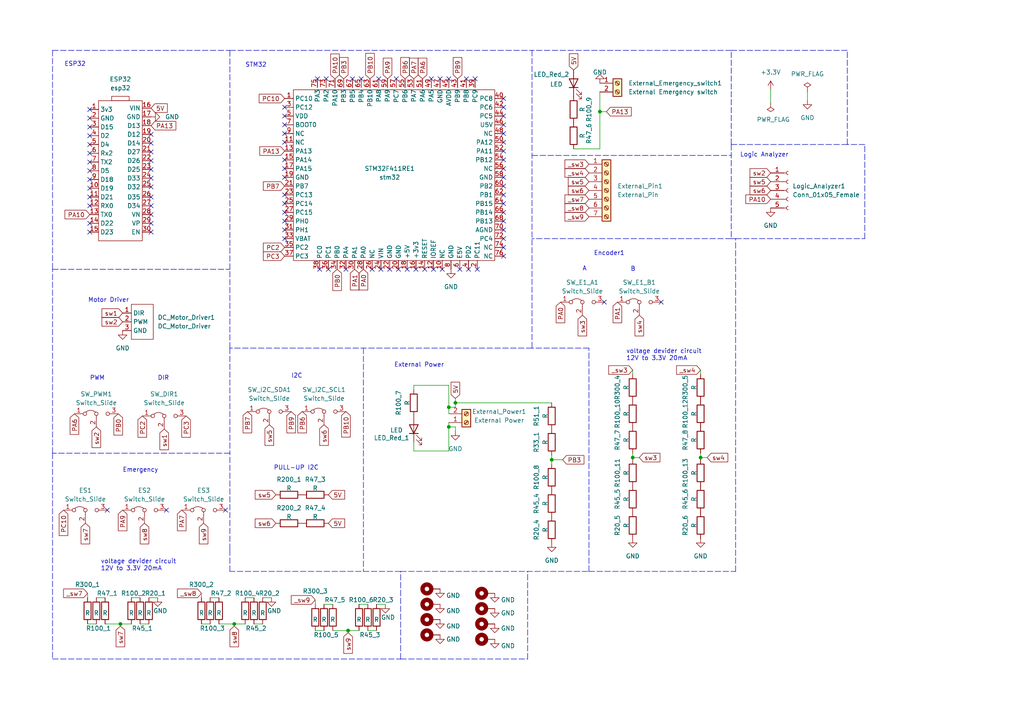
<source format=kicad_sch>
(kicad_sch (version 20211123) (generator eeschema)
  (paper "A4")
  (lib_symbols
    (symbol "4xxx:DC_Motor_Driver"
      (property "Reference" "U" (at 0 0 0))
      (property "Value" "DC_Motor_Driver" (at 0 2.54 0))
      (symbol "DC_Motor_Driver_1_1"
        (pin input line (at -1.27 -5.08 0) (length 2.54) (name "DIR") (number "1"))
        (pin input line (at -1.27 -7.62 0) (length 2.54) (name "PWM") (number "2"))
        (pin input line (at -1.27 -10.16 0) (length 2.54) (name "GND") (number "3"))
      )
    )
    (symbol "4xxx:esp32"
      (property "Reference" "U" (at -16.51 -13.97 0))
      (property "Value" "esp32" (at -16.1798 -11.557 0))
      (symbol "esp32_1_1"
        (pin input line (at -25.4 -20.32 0) (length 2.54) (name "3v3") (number "1"))
        (pin input line (at -25.4 -43.18 0) (length 2.54) (name "D19") (number "10"))
        (pin input line (at -25.4 -45.72 0) (length 2.54) (name "D21") (number "11"))
        (pin input line (at -25.4 -48.26 0) (length 2.54) (name "RX0") (number "12"))
        (pin input line (at -25.4 -50.8 0) (length 2.54) (name "TX0") (number "13"))
        (pin input line (at -25.4 -53.34 0) (length 2.54) (name "D22") (number "14"))
        (pin input line (at -25.4 -55.88 0) (length 2.54) (name "D23") (number "15"))
        (pin input line (at -7.6275 -19.9313 180) (length 2.54) (name "VIN") (number "16"))
        (pin input line (at -7.6275 -22.4713 180) (length 2.54) (name "GND") (number "17"))
        (pin input line (at -7.6275 -25.0113 180) (length 2.54) (name "D13") (number "18"))
        (pin input line (at -7.6275 -27.5513 180) (length 2.54) (name "D12") (number "19"))
        (pin input line (at -25.4 -22.86 0) (length 2.54) (name "GND") (number "2"))
        (pin input line (at -7.6275 -30.0913 180) (length 2.54) (name "D14") (number "20"))
        (pin input line (at -7.6275 -32.6313 180) (length 2.54) (name "D27") (number "21"))
        (pin input line (at -7.6275 -35.1713 180) (length 2.54) (name "D26") (number "22"))
        (pin input line (at -7.6275 -37.7113 180) (length 2.54) (name "D25") (number "23"))
        (pin input line (at -7.6275 -40.2513 180) (length 2.54) (name "D33") (number "24"))
        (pin input line (at -7.6275 -42.7913 180) (length 2.54) (name "D32") (number "25"))
        (pin input line (at -7.62 -45.72 180) (length 2.54) (name "D35") (number "26"))
        (pin input line (at -7.62 -48.26 180) (length 2.54) (name "D34") (number "27"))
        (pin input line (at -7.62 -50.8 180) (length 2.54) (name "VN") (number "28"))
        (pin input line (at -7.62 -53.34 180) (length 2.54) (name "VP") (number "29"))
        (pin input line (at -25.4 -25.4 0) (length 2.54) (name "D15") (number "3"))
        (pin input line (at -7.62 -55.88 180) (length 2.54) (name "EN") (number "30"))
        (pin input line (at -25.4 -27.94 0) (length 2.54) (name "D2") (number "4"))
        (pin input line (at -25.4 -30.48 0) (length 2.54) (name "D4") (number "5"))
        (pin input line (at -25.4 -33.02 0) (length 2.54) (name "Rx2") (number "6"))
        (pin input line (at -25.4 -35.56 0) (length 2.54) (name "TX2") (number "7"))
        (pin input line (at -25.4 -38.1 0) (length 2.54) (name "D5") (number "8"))
        (pin input line (at -25.4 -40.64 0) (length 2.54) (name "D18") (number "9"))
      )
    )
    (symbol "Connector:Conn_01x05_Female" (pin_names (offset 1.016) hide)
      (property "Reference" "J" (at 0 7.62 0))
      (property "Value" "Conn_01x05_Female" (at 0 -7.62 0))
      (symbol "Conn_01x05_Female_1_1"
        (pin passive line (at -5.08 5.08 0) (length 3.81) (name "Pin_1") (number "1"))
        (pin passive line (at -5.08 2.54 0) (length 3.81) (name "Pin_2") (number "2"))
        (pin passive line (at -5.08 0 0) (length 3.81) (name "Pin_3") (number "3"))
        (pin passive line (at -5.08 -2.54 0) (length 3.81) (name "Pin_4") (number "4"))
        (pin passive line (at -5.08 -5.08 0) (length 3.81) (name "Pin_5") (number "5"))
      )
    )
    (symbol "Connector:Screw_Terminal_01x02" (pin_names (offset 1.016) hide)
      (property "Reference" "J" (at 0 2.54 0))
      (property "Value" "Screw_Terminal_01x02" (at 0 -5.08 0))
      (symbol "Screw_Terminal_01x02_1_1"
        (pin passive line (at -5.08 0 0) (length 3.81) (name "Pin_1") (number "1"))
        (pin passive line (at -5.08 -2.54 0) (length 3.81) (name "Pin_2") (number "2"))
      )
    )
    (symbol "Connector:Screw_Terminal_01x07" (pin_names (offset 1.016) hide)
      (property "Reference" "J" (at 0 10.16 0))
      (property "Value" "Screw_Terminal_01x07" (at 0 -10.16 0))
      (symbol "Screw_Terminal_01x07_1_1"
        (pin passive line (at -5.08 7.62 0) (length 3.81) (name "Pin_1") (number "1"))
        (pin passive line (at -5.08 5.08 0) (length 3.81) (name "Pin_2") (number "2"))
        (pin passive line (at -5.08 2.54 0) (length 3.81) (name "Pin_3") (number "3"))
        (pin passive line (at -5.08 0 0) (length 3.81) (name "Pin_4") (number "4"))
        (pin passive line (at -5.08 -2.54 0) (length 3.81) (name "Pin_5") (number "5"))
        (pin passive line (at -5.08 -5.08 0) (length 3.81) (name "Pin_6") (number "6"))
        (pin passive line (at -5.08 -7.62 0) (length 3.81) (name "Pin_7") (number "7"))
      )
    )
    (symbol "Device:LED" (pin_numbers hide) (pin_names (offset 1.016) hide)
      (property "Reference" "D" (at 0 2.54 0))
      (property "Value" "LED" (at 0 -2.54 0))
      (symbol "LED_1_1"
        (pin passive line (at -3.81 0 0) (length 2.54) (name "K") (number "1"))
        (pin passive line (at 3.81 0 180) (length 2.54) (name "A") (number "2"))
      )
    )
    (symbol "Device:R" (pin_numbers hide) (pin_names (offset 0))
      (property "Reference" "R" (at 2.032 0 90))
      (property "Value" "R" (at 0 0 90))
      (symbol "R_1_1"
        (pin passive line (at 0 3.81 270) (length 1.27) (name "~") (number "1"))
        (pin passive line (at 0 -3.81 90) (length 1.27) (name "~") (number "2"))
      )
    )
    (symbol "Jumper:Jumper_3_Bridged12" (pin_names (offset 0) hide)
      (property "Reference" "JP" (at -2.54 -2.54 0))
      (property "Value" "Jumper_3_Bridged12" (at 0 2.794 0))
      (symbol "Jumper_3_Bridged12_1_1"
        (pin passive line (at -6.35 0 0) (length 2.54) (name "A") (number "1"))
        (pin passive line (at 0 -3.81 90) (length 2.54) (name "C") (number "2"))
        (pin passive line (at 6.35 0 180) (length 2.54) (name "B") (number "3"))
      )
    )
    (symbol "Mechanical:MountingHole_Pad" (pin_numbers hide) (pin_names (offset 1.016) hide)
      (property "Reference" "H" (at 0 6.35 0))
      (property "Value" "MountingHole_Pad" (at 0 4.445 0))
      (symbol "MountingHole_Pad_1_1"
        (pin input line (at 0 -2.54 90) (length 2.54) (name "1") (number "1"))
      )
    )
    (symbol "power:+3.3V" (power) (pin_names (offset 0))
      (property "Value" "+3.3V" (at 0 3.556 0))
      (symbol "+3.3V_1_1"
        (pin power_in line (at 0 0 90) (length 0) hide (name "+3.3V") (number "1"))
      )
    )
    (symbol "power:GND" (power) (pin_names (offset 0))
      (property "Value" "GND" (at 0 -3.81 0))
      (symbol "GND_1_1"
        (pin power_in line (at 0 0 270) (length 0) hide (name "GND") (number "1"))
      )
    )
    (symbol "power:PWR_FLAG" (power) (pin_numbers hide) (pin_names (offset 0) hide)
      (property "Value" "PWR_FLAG" (at 0 3.81 0))
      (symbol "PWR_FLAG_0_0"
        (pin power_out line (at 0 0 90) (length 0) (name "pwr") (number "1"))
      )
    )
    (symbol "stm32:stm32"
      (property "Reference" "U" (at 6.35 -11.43 0))
      (property "Value" "stm32" (at 6.35 -8.89 0))
      (symbol "stm32_1_1"
        (pin input line (at -25.4 10.16 0) (length 2.54) (name "PC10") (number "1"))
        (pin input line (at 20.32 -39.37 90) (length 2.54) (name "NC") (number "10"))
        (pin input line (at -25.4 -2.54 0) (length 2.54) (name "NC") (number "11"))
        (pin input line (at 17.78 -39.37 90) (length 2.54) (name "IOREF") (number "12"))
        (pin input line (at -25.4 -5.08 0) (length 2.54) (name "PA13") (number "13"))
        (pin input line (at 15.24 -39.37 90) (length 2.54) (name "RESET") (number "14"))
        (pin input line (at -25.4 -7.62 0) (length 2.54) (name "PA14") (number "15"))
        (pin power_out line (at 12.7 -39.37 90) (length 2.54) (name "+3v3") (number "16"))
        (pin input line (at -25.4 -10.16 0) (length 2.54) (name "PA15") (number "17"))
        (pin input line (at 10.16 -39.37 90) (length 2.54) (name "+5V") (number "18"))
        (pin input line (at -25.4 -12.7 0) (length 2.54) (name "GND") (number "19"))
        (pin input line (at 30.48 -39.37 90) (length 2.54) (name "PC11") (number "2"))
        (pin input line (at 7.62 -39.37 90) (length 2.54) (name "GND") (number "20"))
        (pin input line (at -25.4 -15.24 0) (length 2.54) (name "PB7") (number "21"))
        (pin input line (at 5.08 -39.37 90) (length 2.54) (name "GND") (number "22"))
        (pin input line (at -25.4 -17.78 0) (length 2.54) (name "PC13") (number "23"))
        (pin input line (at 2.54 -39.37 90) (length 2.54) (name "VIN") (number "24"))
        (pin input line (at -25.4 -20.32 0) (length 2.54) (name "PC14") (number "25"))
        (pin input line (at 0 -39.37 90) (length 2.54) (name "NC") (number "26"))
        (pin input line (at -25.4 -22.86 0) (length 2.54) (name "PC15") (number "27"))
        (pin input line (at -2.54 -39.37 90) (length 2.54) (name "PA0") (number "28"))
        (pin input line (at -25.4 -25.4 0) (length 2.54) (name "PH0") (number "29"))
        (pin input line (at -25.4 7.62 0) (length 2.54) (name "PC12") (number "3"))
        (pin input line (at -5.08 -39.37 90) (length 2.54) (name "PA1") (number "30"))
        (pin input line (at -25.4 -27.94 0) (length 2.54) (name "PH1") (number "31"))
        (pin input line (at -7.62 -39.37 90) (length 2.54) (name "PA4") (number "32"))
        (pin input line (at -25.4 -30.48 0) (length 2.54) (name "VBAT") (number "33"))
        (pin input line (at -10.16 -39.37 90) (length 2.54) (name "PB0") (number "34"))
        (pin input line (at -25.4 -33.02 0) (length 2.54) (name "PC2") (number "35"))
        (pin input line (at -12.7 -39.37 90) (length 2.54) (name "PC1") (number "36"))
        (pin input line (at -25.4 -35.56 0) (length 2.54) (name "PC3") (number "37"))
        (pin input line (at -15.24 -39.37 90) (length 2.54) (name "PC0") (number "38"))
        (pin input line (at 29.845 15.875 270) (length 2.54) (name "PC9") (number "39"))
        (pin input line (at 27.94 -39.37 90) (length 2.54) (name "PD2") (number "4"))
        (pin input line (at 38.1 10.16 180) (length 2.54) (name "PC8") (number "40"))
        (pin input line (at 27.305 15.875 270) (length 2.54) (name "PB8") (number "41"))
        (pin input line (at 38.1 7.62 180) (length 2.54) (name "PC6") (number "42"))
        (pin input line (at 24.765 15.875 270) (length 2.54) (name "PB9") (number "43"))
        (pin input line (at 38.1 5.08 180) (length 2.54) (name "PC5") (number "44"))
        (pin input line (at 22.225 15.875 270) (length 2.54) (name "AVDD") (number "45"))
        (pin input line (at 38.1 2.54 180) (length 2.54) (name "U5V") (number "46"))
        (pin input line (at 19.685 15.875 270) (length 2.54) (name "GND") (number "47"))
        (pin input line (at 38.1 0 180) (length 2.54) (name "NC") (number "48"))
        (pin input line (at 17.145 15.875 270) (length 2.54) (name "PA5") (number "49"))
        (pin input line (at -25.4 5.08 0) (length 2.54) (name "VDD") (number "5"))
        (pin input line (at 38.1 -2.54 180) (length 2.54) (name "PA12") (number "50"))
        (pin input line (at 14.605 15.875 270) (length 2.54) (name "PA6") (number "51"))
        (pin input line (at 38.1 -5.08 180) (length 2.54) (name "PA11") (number "52"))
        (pin input line (at 12.065 15.875 270) (length 2.54) (name "PA7") (number "53"))
        (pin input line (at 38.1 -7.62 180) (length 2.54) (name "PB12") (number "54"))
        (pin input line (at 9.525 15.875 270) (length 2.54) (name "PB6") (number "55"))
        (pin input line (at 38.1 -10.16 180) (length 2.54) (name "NC") (number "56"))
        (pin input line (at 6.985 15.875 270) (length 2.54) (name "PC7") (number "57"))
        (pin input line (at 38.1 -12.7 180) (length 2.54) (name "GND") (number "58"))
        (pin input line (at 4.445 15.875 270) (length 2.54) (name "PA9") (number "59"))
        (pin input line (at 25.4 -39.37 90) (length 2.54) (name "E5V") (number "6"))
        (pin input line (at 38.1 -15.24 180) (length 2.54) (name "PB2") (number "60"))
        (pin input line (at 1.905 15.875 270) (length 2.54) (name "PA8") (number "61"))
        (pin input line (at 38.1 -17.78 180) (length 2.54) (name "PB1") (number "62"))
        (pin input line (at -0.635 15.875 270) (length 2.54) (name "PB10") (number "63"))
        (pin input line (at 38.1 -20.32 180) (length 2.54) (name "PB15") (number "64"))
        (pin input line (at -3.175 15.875 270) (length 2.54) (name "PB4") (number "65"))
        (pin input line (at 38.1 -22.86 180) (length 2.54) (name "PB14") (number "66"))
        (pin input line (at -5.715 15.875 270) (length 2.54) (name "PB5") (number "67"))
        (pin input line (at 38.1 -25.4 180) (length 2.54) (name "PB13") (number "68"))
        (pin input line (at -8.255 15.875 270) (length 2.54) (name "PB3") (number "69"))
        (pin input line (at -25.4 2.54 0) (length 2.54) (name "BOOT0") (number "7"))
        (pin input line (at 38.1 -27.94 180) (length 2.54) (name "AGND") (number "70"))
        (pin input line (at -10.795 15.875 270) (length 2.54) (name "PA10") (number "71"))
        (pin input line (at 38.1 -30.48 180) (length 2.54) (name "PC4") (number "72"))
        (pin input line (at -13.335 15.875 270) (length 2.54) (name "PA2") (number "73"))
        (pin input line (at 38.1 -33.02 180) (length 2.54) (name "NC") (number "74"))
        (pin input line (at -15.875 15.875 270) (length 2.54) (name "PA3") (number "75"))
        (pin input line (at 38.1 -35.56 180) (length 2.54) (name "NC") (number "76"))
        (pin input line (at 22.86 -39.37 90) (length 2.54) (name "GND") (number "8"))
        (pin input line (at -25.4 0 0) (length 2.54) (name "NC") (number "9"))
      )
    )
  )
  (junction (at 183.515 132.715))
  (junction (at 130.175 123.825))
  (junction (at 130.175 118.11))
  (junction (at 34.925 180.975))
  (junction (at 160.02 133.35))
  (junction (at 100.965 182.88))
  (junction (at 173.99 32.385))
  (junction (at 132.08 116.84))
  (junction (at 67.945 180.975))
  (junction (at 203.2 132.715))
  (no_connect (at 26.035 36.83))
  (no_connect (at 26.035 34.29))
  (no_connect (at 43.815 59.69))
  (no_connect (at 135.255 22.86))
  (no_connect (at 146.05 53.975))
  (no_connect (at 146.05 38.735))
  (no_connect (at 82.55 38.735))
  (no_connect (at 65.405 147.955))
  (no_connect (at 82.55 46.355))
  (no_connect (at 146.05 59.055))
  (no_connect (at 120.65 78.105))
  (no_connect (at 146.05 28.575))
  (no_connect (at 138.43 78.105))
  (no_connect (at 146.05 64.135))
  (no_connect (at 114.935 22.86))
  (no_connect (at 135.89 78.105))
  (no_connect (at 133.35 78.105))
  (no_connect (at 125.095 22.86))
  (no_connect (at 26.035 54.61))
  (no_connect (at 43.815 64.77))
  (no_connect (at 26.035 31.75))
  (no_connect (at 146.05 56.515))
  (no_connect (at 82.55 66.675))
  (no_connect (at 107.95 78.105))
  (no_connect (at 110.49 78.105))
  (no_connect (at 26.035 46.99))
  (no_connect (at 92.71 78.105))
  (no_connect (at 43.815 67.31))
  (no_connect (at 123.19 78.105))
  (no_connect (at 146.05 31.115))
  (no_connect (at 82.55 48.895))
  (no_connect (at 43.8075 41.5213))
  (no_connect (at 146.05 48.895))
  (no_connect (at 146.05 41.275))
  (no_connect (at 43.8075 51.6813))
  (no_connect (at 26.035 52.07))
  (no_connect (at 26.035 39.37))
  (no_connect (at 26.035 57.15))
  (no_connect (at 191.77 87.63))
  (no_connect (at 43.8075 44.0613))
  (no_connect (at 146.05 33.655))
  (no_connect (at 82.55 41.275))
  (no_connect (at 82.55 31.115))
  (no_connect (at 82.55 61.595))
  (no_connect (at 26.035 49.53))
  (no_connect (at 146.05 71.755))
  (no_connect (at 43.8075 46.6013))
  (no_connect (at 43.8075 49.1413))
  (no_connect (at 26.035 41.91))
  (no_connect (at 137.795 22.86))
  (no_connect (at 31.115 147.955))
  (no_connect (at 127.635 22.86))
  (no_connect (at 94.615 22.86))
  (no_connect (at 146.05 66.675))
  (no_connect (at 92.075 22.86))
  (no_connect (at 82.55 33.655))
  (no_connect (at 82.55 69.215))
  (no_connect (at 146.05 46.355))
  (no_connect (at 113.03 78.105))
  (no_connect (at 109.855 22.86))
  (no_connect (at 43.815 57.15))
  (no_connect (at 128.27 78.105))
  (no_connect (at 104.775 22.86))
  (no_connect (at 175.26 87.63))
  (no_connect (at 118.11 78.105))
  (no_connect (at 95.25 78.105))
  (no_connect (at 146.05 61.595))
  (no_connect (at 43.8075 38.9813))
  (no_connect (at 26.035 67.31))
  (no_connect (at 146.05 43.815))
  (no_connect (at 43.815 62.23))
  (no_connect (at 26.035 64.77))
  (no_connect (at 146.05 36.195))
  (no_connect (at 82.55 59.055))
  (no_connect (at 82.55 56.515))
  (no_connect (at 146.05 74.295))
  (no_connect (at 43.8075 54.2213))
  (no_connect (at 82.55 51.435))
  (no_connect (at 102.235 22.86))
  (no_connect (at 130.175 22.86))
  (no_connect (at 82.55 64.135))
  (no_connect (at 26.035 59.69))
  (no_connect (at 125.73 78.105))
  (no_connect (at 48.26 147.955))
  (no_connect (at 146.05 69.215))
  (no_connect (at 100.33 78.105))
  (no_connect (at 26.035 44.45))
  (no_connect (at 115.57 78.105))
  (no_connect (at 146.05 51.435))
  (no_connect (at 82.55 36.195))
  (polyline (pts (xy 170.815 165.735) (xy 213.36 165.735)))
  (polyline (pts (xy 66.675 131.445) (xy 15.24 131.445)))
  (polyline (pts (xy 213.36 69.215) (xy 250.825 69.215)))
  (wire (pts (xy 109.22 175.26) (xy 111.76 175.26)))
  (wire (pts (xy 166.37 43.18) (xy 173.99 43.18)))
  (wire (pts (xy 58.42 180.975) (xy 60.96 180.975)))
  (wire (pts (xy 203.2 131.445) (xy 203.2 132.715)))
  (polyline (pts (xy 105.41 100.965) (xy 105.41 165.735)))
  (polyline (pts (xy 154.305 14.605) (xy 154.305 100.965)))
  (polyline (pts (xy 15.24 159.385) (xy 15.24 191.135)))
  (polyline (pts (xy 15.24 14.605) (xy 15.24 78.105)))
  (polyline (pts (xy 69.215 191.135) (xy 116.205 191.135)))
  (polyline (pts (xy 212.09 69.215) (xy 154.305 69.215)))
  (wire (pts (xy 183.515 131.445) (xy 183.515 132.715)))
  (wire (pts (xy 183.515 107.315) (xy 183.515 108.585)))
  (polyline (pts (xy 15.24 131.445) (xy 15.24 78.105)))
  (wire (pts (xy 160.02 132.08) (xy 160.02 133.35)))
  (polyline (pts (xy 66.675 100.965) (xy 66.675 131.445)))
  (wire (pts (xy 71.12 173.355) (xy 73.66 173.355)))
  (polyline (pts (xy 170.815 100.965) (xy 154.305 100.965)))
  (polyline (pts (xy 154.305 100.965) (xy 66.675 100.965)))
  (wire (pts (xy 96.52 182.88) (xy 100.965 182.88)))
  (wire (pts (xy 67.945 180.975) (xy 71.12 180.975)))
  (wire (pts (xy 234.188 26.543) (xy 234.188 29.083)))
  (polyline (pts (xy 212.09 41.91) (xy 245.745 41.91)))
  (polyline (pts (xy 15.24 131.445) (xy 15.24 159.385)))
  (polyline (pts (xy 116.205 191.135) (xy 153.035 191.135)))
  (wire (pts (xy 100.965 182.88) (xy 100.965 183.515)))
  (polyline (pts (xy 250.825 69.215) (xy 250.825 41.91)))
  (wire (pts (xy 34.925 180.975) (xy 34.925 181.61)))
  (wire (pts (xy 43.18 173.355) (xy 45.72 173.355)))
  (wire (pts (xy 58.42 172.085) (xy 58.42 173.355)))
  (polyline (pts (xy 212.09 41.91) (xy 212.09 14.605)))
  (polyline (pts (xy 213.36 165.735) (xy 213.36 69.215)))
  (wire (pts (xy 91.44 173.99) (xy 91.44 175.26)))
  (polyline (pts (xy 212.09 41.91) (xy 212.09 69.215)))
  (polyline (pts (xy 154.305 45.085) (xy 212.09 45.085)))
  (wire (pts (xy 132.08 123.825) (xy 130.175 123.825)))
  (wire (pts (xy 183.515 132.715) (xy 183.515 133.35)))
  (wire (pts (xy 25.4 172.085) (xy 25.4 173.355)))
  (polyline (pts (xy 170.815 165.735) (xy 170.815 100.965)))
  (wire (pts (xy 132.08 115.57) (xy 132.08 116.84)))
  (wire (pts (xy 130.175 118.11) (xy 130.175 120.015)))
  (wire (pts (xy 104.14 175.26) (xy 106.68 175.26)))
  (wire (pts (xy 100.965 182.88) (xy 104.14 182.88)))
  (polyline (pts (xy 15.24 78.105) (xy 66.675 78.105)))
  (wire (pts (xy 132.08 116.84) (xy 160.02 116.84)))
  (polyline (pts (xy 212.09 14.605) (xy 154.305 14.605)))
  (wire (pts (xy 120.015 130.81) (xy 120.015 128.27)))
  (polyline (pts (xy 66.675 100.965) (xy 66.675 78.105)))
  (wire (pts (xy 173.99 32.385) (xy 175.895 32.385)))
  (polyline (pts (xy 116.205 165.735) (xy 170.815 165.735)))
  (wire (pts (xy 130.175 122.555) (xy 130.175 123.825)))
  (polyline (pts (xy 213.36 69.215) (xy 212.09 69.215)))
  (polyline (pts (xy 250.825 41.91) (xy 245.745 41.91)))
  (wire (pts (xy 67.945 180.975) (xy 67.945 181.61)))
  (wire (pts (xy 91.44 182.88) (xy 93.98 182.88)))
  (wire (pts (xy 203.2 132.715) (xy 203.2 133.35)))
  (polyline (pts (xy 15.24 191.135) (xy 69.215 191.135)))
  (wire (pts (xy 223.52 26.035) (xy 223.52 29.845)))
  (wire (pts (xy 183.515 132.715) (xy 185.42 132.715)))
  (wire (pts (xy 203.2 107.315) (xy 203.2 108.585)))
  (wire (pts (xy 76.2 173.355) (xy 78.74 173.355)))
  (polyline (pts (xy 66.675 159.385) (xy 66.675 131.445)))
  (wire (pts (xy 34.925 180.975) (xy 38.1 180.975)))
  (wire (pts (xy 38.1 173.355) (xy 40.64 173.355)))
  (polyline (pts (xy 153.035 191.135) (xy 153.035 165.735)))
  (polyline (pts (xy 15.24 14.605) (xy 66.675 14.605)))
  (wire (pts (xy 120.015 111.76) (xy 120.015 113.03)))
  (wire (pts (xy 173.99 32.385) (xy 173.99 43.18)))
  (wire (pts (xy 132.08 118.11) (xy 130.175 118.11)))
  (wire (pts (xy 73.66 180.975) (xy 76.2 180.975)))
  (wire (pts (xy 63.5 180.975) (xy 67.945 180.975)))
  (polyline (pts (xy 116.205 191.135) (xy 116.205 165.735)))
  (wire (pts (xy 27.94 173.355) (xy 30.48 173.355)))
  (wire (pts (xy 40.64 180.975) (xy 43.18 180.975)))
  (wire (pts (xy 130.175 130.81) (xy 120.015 130.81)))
  (polyline (pts (xy 116.205 165.735) (xy 66.675 165.735)))
  (wire (pts (xy 93.98 175.26) (xy 96.52 175.26)))
  (wire (pts (xy 106.68 182.88) (xy 109.22 182.88)))
  (wire (pts (xy 120.015 111.76) (xy 130.175 111.76)))
  (wire (pts (xy 160.02 133.35) (xy 163.195 133.35)))
  (polyline (pts (xy 66.675 165.735) (xy 66.675 159.385)))
  (polyline (pts (xy 245.745 14.605) (xy 212.09 14.605)))
  (wire (pts (xy 30.48 180.975) (xy 34.925 180.975)))
  (wire (pts (xy 132.08 125.095) (xy 132.08 123.825)))
  (polyline (pts (xy 66.675 14.605) (xy 154.305 14.605)))
  (wire (pts (xy 130.175 111.76) (xy 130.175 118.11)))
  (polyline (pts (xy 245.745 41.91) (xy 245.745 14.605)))
  (wire (pts (xy 130.175 123.825) (xy 130.175 130.81)))
  (wire (pts (xy 173.99 32.385) (xy 173.99 26.67)))
  (wire (pts (xy 160.02 133.35) (xy 160.02 134.62)))
  (wire (pts (xy 132.08 116.84) (xy 132.08 118.11)))
  (wire (pts (xy 203.2 132.715) (xy 205.105 132.715)))
  (wire (pts (xy 60.96 173.355) (xy 63.5 173.355)))
  (wire (pts (xy 25.4 180.975) (xy 27.94 180.975)))
  (polyline (pts (xy 66.675 78.105) (xy 66.675 14.605)))
  (text "A\n" (at 168.91 78.74 0) (effects (font (size 1.27 1.27)) (justify left bottom)))
  (text "Logic Analyzer" (at 214.63 45.72 0) (effects (font (size 1.27 1.27)) (justify left bottom)))
  (text "Encoder1" (at 172.212 74.295 0) (effects (font (size 1.27 1.27)) (justify left bottom)))
  (text "DIR\n" (at 45.72 110.49 0) (effects (font (size 1.27 1.27)) (justify left bottom)))
  (text "voltage devider circuit\n12V to 3.3V 20mA" (at 29.21 165.735 0) (effects (font (size 1.27 1.27)) (justify left bottom)))
  (text "STM32" (at 71.12 19.685 0) (effects (font (size 1.27 1.27)) (justify left bottom)))
  (text "Emergency" (at 35.56 137.16 0) (effects (font (size 1.27 1.27)) (justify left bottom)))
  (text "External Power" (at 114.3 106.68 0) (effects (font (size 1.27 1.27)) (justify left bottom)))
  (text "PULL-UP I2C\n" (at 79.375 136.525 0) (effects (font (size 1.27 1.27)) (justify left bottom)))
  (text "Motor Driver" (at 25.527 87.884 0) (effects (font (size 1.27 1.27)) (justify left bottom)))
  (text "voltage devider circuit \n12V to 3.3V 20mA" (at 181.61 104.775 0) (effects (font (size 1.27 1.27)) (justify left bottom)))
  (text "PWM" (at 26.035 110.49 0) (effects (font (size 1.27 1.27)) (justify left bottom)))
  (text "ESP32" (at 18.6615 19.4233 0) (effects (font (size 1.27 1.27)) (justify left bottom)))
  (text "I2C" (at 84.455 109.855 0) (effects (font (size 1.27 1.27)) (justify left bottom)))
  (text "B\n" (at 182.88 78.867 0) (effects (font (size 1.27 1.27)) (justify left bottom)))
  (global_label "sw5" (shape input) (at 170.815 52.705 180) (property "Intersheet References" "${INTERSHEET_REFS}" (effects hide)))
  (global_label "5V" (shape input) (at 43.8075 31.3613 0) (property "Intersheet References" "${INTERSHEET_REFS}" (effects hide)))
  (global_label "_sw9" (shape input) (at 91.44 173.99 180) (property "Intersheet References" "${INTERSHEET_REFS}" (effects hide)))
  (global_label "PB6" (shape input) (at 87.63 119.38 270) (property "Intersheet References" "${INTERSHEET_REFS}" (effects hide)))
  (global_label "sw3" (shape input) (at 185.42 132.715 0) (property "Intersheet References" "${INTERSHEET_REFS}" (effects hide)))
  (global_label "PC2" (shape input) (at 82.55 71.755 180) (property "Intersheet References" "${INTERSHEET_REFS}" (effects hide)))
  (global_label "PA10" (shape input) (at 26.035 62.23 180) (property "Intersheet References" "${INTERSHEET_REFS}" (effects hide)))
  (global_label "_sw4" (shape input) (at 203.2 107.315 180) (property "Intersheet References" "${INTERSHEET_REFS}" (effects hide)))
  (global_label "PA9" (shape input) (at 112.395 22.86 90) (property "Intersheet References" "${INTERSHEET_REFS}" (effects hide)))
  (global_label "PA6" (shape input) (at 122.555 22.86 90) (property "Intersheet References" "${INTERSHEET_REFS}" (effects hide)))
  (global_label "sw9" (shape input) (at 59.055 151.765 270) (property "Intersheet References" "${INTERSHEET_REFS}" (effects hide)))
  (global_label "PC3" (shape input) (at 53.975 120.65 270) (property "Intersheet References" "${INTERSHEET_REFS}" (effects hide)))
  (global_label "5V" (shape input) (at 95.25 151.765 0) (property "Intersheet References" "${INTERSHEET_REFS}" (effects hide)))
  (global_label "PB0" (shape input) (at 97.79 78.105 270) (property "Intersheet References" "${INTERSHEET_REFS}" (effects hide)))
  (global_label "PA13" (shape input) (at 43.8075 36.4413 0) (property "Intersheet References" "${INTERSHEET_REFS}" (effects hide)))
  (global_label "_sw8" (shape input) (at 58.42 172.085 180) (property "Intersheet References" "${INTERSHEET_REFS}" (effects hide)))
  (global_label "_sw7" (shape input) (at 170.815 57.785 180) (property "Intersheet References" "${INTERSHEET_REFS}" (effects hide)))
  (global_label "sw1" (shape input) (at 35.56 90.805 180) (property "Intersheet References" "${INTERSHEET_REFS}" (effects hide)))
  (global_label "PB9" (shape input) (at 132.715 22.86 90) (property "Intersheet References" "${INTERSHEET_REFS}" (effects hide)))
  (global_label "PB3" (shape input) (at 163.195 133.35 0) (property "Intersheet References" "${INTERSHEET_REFS}" (effects hide)))
  (global_label "sw4" (shape input) (at 185.42 91.44 270) (property "Intersheet References" "${INTERSHEET_REFS}" (effects hide)))
  (global_label "5V" (shape input) (at 166.37 20.32 90) (property "Intersheet References" "${INTERSHEET_REFS}" (effects hide)))
  (global_label "sw7" (shape input) (at 24.765 151.765 270) (property "Intersheet References" "${INTERSHEET_REFS}" (effects hide)))
  (global_label "5V" (shape input) (at 132.08 115.57 90) (property "Intersheet References" "${INTERSHEET_REFS}" (effects hide)))
  (global_label "sw5" (shape input) (at 78.105 123.19 270) (property "Intersheet References" "${INTERSHEET_REFS}" (effects hide)))
  (global_label "PA0" (shape input) (at 105.41 78.105 270) (property "Intersheet References" "${INTERSHEET_REFS}" (effects hide)))
  (global_label "PB6" (shape input) (at 117.475 22.86 90) (property "Intersheet References" "${INTERSHEET_REFS}" (effects hide)))
  (global_label "_sw4" (shape input) (at 170.815 50.165 180) (property "Intersheet References" "${INTERSHEET_REFS}" (effects hide)))
  (global_label "sw3" (shape input) (at 168.91 91.44 270) (property "Intersheet References" "${INTERSHEET_REFS}" (effects hide)))
  (global_label "PC10" (shape input) (at 18.415 147.955 270) (property "Intersheet References" "${INTERSHEET_REFS}" (effects hide)))
  (global_label "_sw3" (shape input) (at 183.515 107.315 180) (property "Intersheet References" "${INTERSHEET_REFS}" (effects hide)))
  (global_label "PA13" (shape input) (at 175.895 32.385 0) (property "Intersheet References" "${INTERSHEET_REFS}" (effects hide)))
  (global_label "PC10" (shape input) (at 82.55 28.575 180) (property "Intersheet References" "${INTERSHEET_REFS}" (effects hide)))
  (global_label "PC2" (shape input) (at 41.275 120.65 270) (property "Intersheet References" "${INTERSHEET_REFS}" (effects hide)))
  (global_label "sw2" (shape input) (at 27.94 123.825 270) (property "Intersheet References" "${INTERSHEET_REFS}" (effects hide)))
  (global_label "PB7" (shape input) (at 82.55 53.975 180) (property "Intersheet References" "${INTERSHEET_REFS}" (effects hide)))
  (global_label "PB7" (shape input) (at 71.755 119.38 270) (property "Intersheet References" "${INTERSHEET_REFS}" (effects hide)))
  (global_label "sw5" (shape input) (at 80.01 143.51 180) (property "Intersheet References" "${INTERSHEET_REFS}" (effects hide)))
  (global_label "sw6" (shape input) (at 170.815 55.245 180) (property "Intersheet References" "${INTERSHEET_REFS}" (effects hide)))
  (global_label "sw7" (shape input) (at 34.925 181.61 270) (property "Intersheet References" "${INTERSHEET_REFS}" (effects hide)))
  (global_label "sw2" (shape input) (at 35.56 93.345 180) (property "Intersheet References" "${INTERSHEET_REFS}" (effects hide)))
  (global_label "PA7" (shape input) (at 52.705 147.955 270) (property "Intersheet References" "${INTERSHEET_REFS}" (effects hide)))
  (global_label "sw8" (shape input) (at 67.945 181.61 270) (property "Intersheet References" "${INTERSHEET_REFS}" (effects hide)))
  (global_label "PB10" (shape input) (at 100.33 119.38 270) (property "Intersheet References" "${INTERSHEET_REFS}" (effects hide)))
  (global_label "PA10" (shape input) (at 97.155 22.86 90) (property "Intersheet References" "${INTERSHEET_REFS}" (effects hide)))
  (global_label "PA1" (shape input) (at 179.07 87.63 270) (property "Intersheet References" "${INTERSHEET_REFS}" (effects hide)))
  (global_label "PA6" (shape input) (at 21.59 120.015 270) (property "Intersheet References" "${INTERSHEET_REFS}" (effects hide)))
  (global_label "_sw3" (shape input) (at 170.815 47.625 180) (property "Intersheet References" "${INTERSHEET_REFS}" (effects hide)))
  (global_label "PA10" (shape input) (at 223.52 57.785 180) (property "Intersheet References" "${INTERSHEET_REFS}" (effects hide)))
  (global_label "PB3" (shape input) (at 99.695 22.86 90) (property "Intersheet References" "${INTERSHEET_REFS}" (effects hide)))
  (global_label "sw4" (shape input) (at 205.105 132.715 0) (property "Intersheet References" "${INTERSHEET_REFS}" (effects hide)))
  (global_label "PA13" (shape input) (at 82.55 43.815 180) (property "Intersheet References" "${INTERSHEET_REFS}" (effects hide)))
  (global_label "PB10" (shape input) (at 107.315 22.86 90) (property "Intersheet References" "${INTERSHEET_REFS}" (effects hide)))
  (global_label "sw2" (shape input) (at 223.52 50.165 180) (property "Intersheet References" "${INTERSHEET_REFS}" (effects hide)))
  (global_label "PB0" (shape input) (at 34.29 120.015 270) (property "Intersheet References" "${INTERSHEET_REFS}" (effects hide)))
  (global_label "sw9" (shape input) (at 100.965 183.515 270) (property "Intersheet References" "${INTERSHEET_REFS}" (effects hide)))
  (global_label "sw8" (shape input) (at 41.91 151.765 270) (property "Intersheet References" "${INTERSHEET_REFS}" (effects hide)))
  (global_label "_sw8" (shape input) (at 170.815 60.325 180) (property "Intersheet References" "${INTERSHEET_REFS}" (effects hide)))
  (global_label "PA9" (shape input) (at 35.56 147.955 270) (property "Intersheet References" "${INTERSHEET_REFS}" (effects hide)))
  (global_label "sw6" (shape input) (at 223.52 55.245 180) (property "Intersheet References" "${INTERSHEET_REFS}" (effects hide)))
  (global_label "PC3" (shape input) (at 82.55 74.295 180) (property "Intersheet References" "${INTERSHEET_REFS}" (effects hide)))
  (global_label "PA7" (shape input) (at 120.015 22.86 90) (property "Intersheet References" "${INTERSHEET_REFS}" (effects hide)))
  (global_label "_sw7" (shape input) (at 25.4 172.085 180) (property "Intersheet References" "${INTERSHEET_REFS}" (effects hide)))
  (global_label "sw5" (shape input) (at 223.52 52.705 180) (property "Intersheet References" "${INTERSHEET_REFS}" (effects hide)))
  (global_label "5V" (shape input) (at 95.25 143.51 0) (property "Intersheet References" "${INTERSHEET_REFS}" (effects hide)))
  (global_label "PB9" (shape input) (at 84.455 119.38 270) (property "Intersheet References" "${INTERSHEET_REFS}" (effects hide)))
  (global_label "_sw9" (shape input) (at 170.815 62.865 180) (property "Intersheet References" "${INTERSHEET_REFS}" (effects hide)))
  (global_label "sw1" (shape input) (at 47.625 124.46 270) (property "Intersheet References" "${INTERSHEET_REFS}" (effects hide)))
  (global_label "PA0" (shape input) (at 162.56 87.63 270) (property "Intersheet References" "${INTERSHEET_REFS}" (effects hide)))
  (global_label "PA1" (shape input) (at 102.87 78.105 270) (property "Intersheet References" "${INTERSHEET_REFS}" (effects hide)))
  (global_label "sw6" (shape input) (at 93.98 123.19 270) (property "Intersheet References" "${INTERSHEET_REFS}" (effects hide)))
  (global_label "sw6" (shape input) (at 80.01 151.765 180) (property "Intersheet References" "${INTERSHEET_REFS}" (effects hide)))
  (symbol (lib_id "power:GND") (at 183.515 156.21 0) (unit 1)
    (property "Reference" "#PWR0106" (effects hide))
    (property "Value" "GND" (at 183.515 161.29 0))
  )
  (symbol (lib_id "Mechanical:MountingHole_Pad") (at 140.97 185.42 90) (unit 1)
    (property "Reference" "H8" (effects hide))
    (property "Value" "MountingHole_Pad" (effects hide))
    (property "Footprint" "MountingHole:MountingHole_3.2mm_M3_DIN965_Pad_TopBottom" (effects hide))
  )
  (symbol (lib_id "Device:R") (at 104.14 179.07 0) (unit 1)
    (property "Reference" "R100_6" (at 104.775 173.99 0))
    (property "Value" "R" (at 104.14 179.705 0))
    (property "Footprint" "Resistor_SMD:R_1206_3216Metric" (effects hide))
  )
  (symbol (lib_id "power:GND") (at 143.51 180.975 0) (unit 1)
    (property "Reference" "#PWR0113" (effects hide))
    (property "Value" "GND" (at 147.32 182.245 0))
  )
  (symbol (lib_id "Device:R") (at 63.5 177.165 180) (unit 1)
    (property "Reference" "R47_2" (at 64.135 172.085 0))
    (property "Value" "R" (at 63.5 177.8 0))
    (property "Footprint" "Resistor_SMD:R_1206_3216Metric" (effects hide))
  )
  (symbol (lib_id "Jumper:Jumper_3_Bridged12") (at 185.42 87.63 0) (unit 1)
    (property "Reference" "SW_E1_B1" (at 185.42 81.915 0))
    (property "Value" "Switch_Slide" (at 185.42 84.455 0))
    (property "Footprint" "Jumper:SolderJumper-3_P1.3mm_Bridged12_Pad1.0x1.5mm" (effects hide))
  )
  (symbol (lib_id "Jumper:Jumper_3_Bridged12") (at 168.91 87.63 0) (unit 1)
    (property "Reference" "SW_E1_A1" (at 168.91 81.915 0))
    (property "Value" "Switch_Slide" (at 168.91 84.455 0))
    (property "Footprint" "Jumper:SolderJumper-3_P1.3mm_Bridged12_Pad1.0x1.5mm" (effects hide))
  )
  (symbol (lib_id "Connector:Screw_Terminal_01x02") (at 135.255 122.555 0) (mirror x) (unit 1)
    (property "Reference" "External_Power1" (at 144.78 119.38 0))
    (property "Value" "External Power" (at 144.78 121.92 0))
    (property "Footprint" "TerminalBlock_Phoenix:TerminalBlock_Phoenix_MKDS-1,5-2-5.08_1x02_P5.08mm_Horizontal" (effects hide))
  )
  (symbol (lib_id "Device:R") (at 203.2 152.4 180) (unit 1)
    (property "Reference" "R20_6" (at 198.755 152.4 90))
    (property "Value" "R" (at 201.295 152.4 90))
    (property "Footprint" "Resistor_SMD:R_1206_3216Metric" (effects hide))
  )
  (symbol (lib_id "Device:R") (at 60.96 177.165 0) (unit 1)
    (property "Reference" "R100_3" (at 61.595 182.245 0))
    (property "Value" "R" (at 60.96 177.8 0))
    (property "Footprint" "Resistor_SMD:R_1206_3216Metric" (effects hide))
  )
  (symbol (lib_id "Device:R") (at 30.48 177.165 180) (unit 1)
    (property "Reference" "R47_1" (at 31.115 172.085 0))
    (property "Value" "R" (at 30.48 177.8 0))
    (property "Footprint" "Resistor_SMD:R_1206_3216Metric" (effects hide))
  )
  (symbol (lib_id "stm32:stm32") (at 107.95 38.735 0) (unit 1)
    (property "Reference" "STM32F411RE1" (at 113.03 48.895 0))
    (property "Value" "stm32" (at 113.03 51.435 0))
    (property "Footprint" "stm32f411re:stm32f411re" (effects hide))
  )
  (symbol (lib_id "Device:R") (at 160.02 138.43 180) (unit 1)
    (property "Reference" "R100_8" (at 155.575 138.43 90))
    (property "Value" "R" (at 158.115 138.43 90))
    (property "Footprint" "Resistor_SMD:R_1206_3216Metric" (effects hide))
  )
  (symbol (lib_id "Device:R") (at 109.22 179.07 0) (unit 1)
    (property "Reference" "R20_3" (at 111.125 173.99 0))
    (property "Value" "R" (at 109.22 179.705 0))
    (property "Footprint" "Resistor_SMD:R_1206_3216Metric" (effects hide))
  )
  (symbol (lib_id "power:GND") (at 35.56 95.885 0) (unit 1)
    (property "Reference" "#PWR0103" (effects hide))
    (property "Value" "GND" (at 35.56 100.965 0))
  )
  (symbol (lib_id "Device:R") (at 96.52 179.07 180) (unit 1)
    (property "Reference" "R47_5" (at 97.155 173.99 0))
    (property "Value" "R" (at 96.52 179.705 0))
    (property "Footprint" "Resistor_SMD:R_1206_3216Metric" (effects hide))
  )
  (symbol (lib_id "Device:R") (at 183.515 120.015 180) (unit 1)
    (property "Reference" "R100_10" (at 179.07 120.015 90))
    (property "Value" "R" (at 181.61 120.015 90))
    (property "Footprint" "Resistor_SMD:R_1206_3216Metric" (effects hide))
  )
  (symbol (lib_id "Device:R") (at 83.82 151.765 90) (unit 1)
    (property "Reference" "R200_2" (at 83.82 147.32 90))
    (property "Value" "R" (at 83.82 149.86 90))
    (property "Footprint" "Resistor_SMD:R_1206_3216Metric" (effects hide))
  )
  (symbol (lib_id "Mechanical:MountingHole_Pad") (at 125.095 175.26 90) (unit 1)
    (property "Reference" "H2" (effects hide))
    (property "Value" "MountingHole_Pad" (effects hide))
    (property "Footprint" "MountingHole:MountingHole_3.2mm_M3_DIN965_Pad_TopBottom" (effects hide))
  )
  (symbol (lib_id "Device:R") (at 38.1 177.165 0) (unit 1)
    (property "Reference" "R100_2" (at 38.735 172.085 0))
    (property "Value" "R" (at 38.1 177.8 0))
    (property "Footprint" "Resistor_SMD:R_1206_3216Metric" (effects hide))
  )
  (symbol (lib_id "Device:R") (at 183.515 152.4 180) (unit 1)
    (property "Reference" "R20_5" (at 179.07 152.4 90))
    (property "Value" "R" (at 181.61 152.4 90))
    (property "Footprint" "Resistor_SMD:R_1206_3216Metric" (effects hide))
  )
  (symbol (lib_id "power:GND") (at 143.51 172.085 0) (unit 1)
    (property "Reference" "#PWR0116" (effects hide))
    (property "Value" "GND" (at 147.32 173.99 0))
  )
  (symbol (lib_id "Device:R") (at 160.02 128.27 180) (unit 1)
    (property "Reference" "R33_1" (at 155.575 128.27 90))
    (property "Value" "R" (at 158.115 128.27 90))
    (property "Footprint" "Resistor_SMD:R_1206_3216Metric" (effects hide))
  )
  (symbol (lib_id "Connector:Screw_Terminal_01x02") (at 179.07 24.13 0) (unit 1)
    (property "Reference" "External_Emergency_switch1" (at 182.245 24.1299 0) (effects (justify left)))
    (property "Value" "External Emergency switch" (at 182.245 26.6699 0) (effects (justify left)))
    (property "Footprint" "TerminalBlock_Phoenix:TerminalBlock_Phoenix_MKDS-1,5-2-5.08_1x02_P5.08mm_Horizontal" (effects hide))
  )
  (symbol (lib_id "Device:R") (at 203.2 144.78 180) (unit 1)
    (property "Reference" "R45_6" (at 198.755 144.78 90))
    (property "Value" "R" (at 201.295 144.78 90))
    (property "Footprint" "Resistor_SMD:R_1206_3216Metric" (effects hide))
  )
  (symbol (lib_id "Mechanical:MountingHole_Pad") (at 140.97 176.53 90) (unit 1)
    (property "Reference" "H6" (effects hide))
    (property "Value" "MountingHole_Pad" (effects hide))
    (property "Footprint" "MountingHole:MountingHole_3.2mm_M3_DIN965_Pad_TopBottom" (effects hide))
  )
  (symbol (lib_id "Jumper:Jumper_3_Bridged12") (at 78.105 119.38 0) (unit 1)
    (property "Reference" "SW_I2C_SDA1" (at 78.105 113.03 0))
    (property "Value" "Switch_Slide" (at 78.105 115.57 0))
    (property "Footprint" "Jumper:SolderJumper-3_P1.3mm_Bridged12_Pad1.0x1.5mm" (effects hide))
  )
  (symbol (lib_id "power:GND") (at 127.635 175.26 0) (unit 1)
    (property "Reference" "#PWR0119" (effects hide))
    (property "Value" "GND" (at 131.445 177.165 0))
  )
  (symbol (lib_id "Device:R") (at 58.42 177.165 180) (unit 1)
    (property "Reference" "R300_2" (at 58.42 169.545 0))
    (property "Value" "R" (at 58.42 177.8 0))
    (property "Footprint" "Resistor_SMD:R_1206_3216Metric" (effects hide))
  )
  (symbol (lib_id "Mechanical:MountingHole_Pad") (at 140.97 172.085 90) (unit 1)
    (property "Reference" "H5" (effects hide))
    (property "Value" "MountingHole_Pad" (effects hide))
    (property "Footprint" "MountingHole:MountingHole_3.2mm_M3_DIN965_Pad_TopBottom" (effects hide))
  )
  (symbol (lib_id "power:GND") (at 111.76 175.26 0) (unit 1)
    (property "Reference" "#PWR0110" (effects hide))
    (property "Value" "GND" (at 110.49 179.07 0) (effects (justify left)))
  )
  (symbol (lib_id "Jumper:Jumper_3_Bridged12") (at 41.91 147.955 0) (unit 1)
    (property "Reference" "ES2" (at 41.91 142.24 0))
    (property "Value" "Switch_Slide" (at 41.91 144.78 0))
    (property "Footprint" "Jumper:SolderJumper-3_P1.3mm_Bridged12_Pad1.0x1.5mm" (effects hide))
  )
  (symbol (lib_id "Device:R") (at 160.02 153.67 180) (unit 1)
    (property "Reference" "R20_4" (at 155.575 153.67 90))
    (property "Value" "R" (at 158.115 153.67 90))
    (property "Footprint" "Resistor_SMD:R_1206_3216Metric" (effects hide))
  )
  (symbol (lib_id "Device:R") (at 120.015 116.84 180) (unit 1)
    (property "Reference" "R100_7" (at 115.57 116.84 90))
    (property "Value" "R" (at 118.11 116.84 90))
    (property "Footprint" "Resistor_SMD:R_1206_3216Metric" (effects hide))
  )
  (symbol (lib_id "power:GND") (at 127.635 170.815 0) (unit 1)
    (property "Reference" "#PWR0118" (effects hide))
    (property "Value" "GND" (at 131.445 172.72 0))
  )
  (symbol (lib_id "power:GND") (at 223.52 60.325 0) (unit 1)
    (property "Reference" "#PWR0121" (effects hide))
    (property "Value" "GND" (at 223.52 65.405 0))
  )
  (symbol (lib_id "power:GND") (at 130.81 78.105 0) (unit 1)
    (property "Reference" "#PWR0111" (effects hide))
    (property "Value" "GND" (at 130.81 83.185 0))
  )
  (symbol (lib_id "Mechanical:MountingHole_Pad") (at 140.97 180.975 90) (unit 1)
    (property "Reference" "H7" (effects hide))
    (property "Value" "MountingHole_Pad" (effects hide))
    (property "Footprint" "MountingHole:MountingHole_3.2mm_M3_DIN965_Pad_TopBottom" (effects hide))
  )
  (symbol (lib_id "Device:R") (at 183.515 144.78 180) (unit 1)
    (property "Reference" "R45_5" (at 179.07 144.78 90))
    (property "Value" "R" (at 181.61 144.78 90))
    (property "Footprint" "Resistor_SMD:R_1206_3216Metric" (effects hide))
  )
  (symbol (lib_id "Connector:Conn_01x05_Female") (at 228.6 55.245 0) (unit 1)
    (property "Reference" "Logic_Analyzer1" (at 229.87 53.9749 0) (effects (justify left)))
    (property "Value" "Conn_01x05_Female" (at 229.87 56.5149 0) (effects (justify left)))
    (property "Footprint" "Connector_PinSocket_2.54mm:PinSocket_1x05_P2.54mm_Vertical" (effects hide))
  )
  (symbol (lib_id "power:GND") (at 234.188 29.083 0) (unit 1)
    (property "Reference" "#PWR0102" (effects hide))
    (property "Value" "GND" (at 234.188 34.163 0))
  )
  (symbol (lib_id "Device:R") (at 25.4 177.165 180) (unit 1)
    (property "Reference" "R300_1" (at 25.4 169.545 0))
    (property "Value" "R" (at 25.4 177.8 0))
    (property "Footprint" "Resistor_SMD:R_1206_3216Metric" (effects hide))
  )
  (symbol (lib_id "Device:R") (at 183.515 137.16 180) (unit 1)
    (property "Reference" "R100_11" (at 179.07 137.16 90))
    (property "Value" "R" (at 181.61 137.16 90))
    (property "Footprint" "Resistor_SMD:R_1206_3216Metric" (effects hide))
  )
  (symbol (lib_id "Device:R") (at 160.02 120.65 180) (unit 1)
    (property "Reference" "R51_1" (at 155.575 120.65 90))
    (property "Value" "R" (at 158.115 120.65 90))
    (property "Footprint" "Resistor_SMD:R_1206_3216Metric" (effects hide))
  )
  (symbol (lib_id "Device:R") (at 43.18 177.165 0) (unit 1)
    (property "Reference" "R20_1" (at 45.085 172.085 0))
    (property "Value" "R" (at 43.18 177.8 0))
    (property "Footprint" "Resistor_SMD:R_1206_3216Metric" (effects hide))
  )
  (symbol (lib_id "Jumper:Jumper_3_Bridged12") (at 27.94 120.015 0) (unit 1)
    (property "Reference" "SW_PWM1" (at 27.94 114.3 0))
    (property "Value" "Switch_Slide" (at 27.94 116.84 0))
    (property "Footprint" "Jumper:SolderJumper-3_P1.3mm_Bridged12_Pad1.0x1.5mm" (effects hide))
  )
  (symbol (lib_id "Device:R") (at 106.68 179.07 180) (unit 1)
    (property "Reference" "R45_3" (at 107.315 184.15 0))
    (property "Value" "R" (at 106.68 179.705 0))
    (property "Footprint" "Resistor_SMD:R_1206_3216Metric" (effects hide))
  )
  (symbol (lib_id "Device:R") (at 27.94 177.165 0) (unit 1)
    (property "Reference" "R100_1" (at 28.575 182.245 0))
    (property "Value" "R" (at 27.94 177.8 0))
    (property "Footprint" "Resistor_SMD:R_1206_3216Metric" (effects hide))
  )
  (symbol (lib_id "Device:R") (at 91.44 151.765 90) (unit 1)
    (property "Reference" "R47_4" (at 91.44 147.32 90))
    (property "Value" "R" (at 91.44 149.86 90))
    (property "Footprint" "Resistor_SMD:R_1206_3216Metric" (effects hide))
  )
  (symbol (lib_id "power:PWR_FLAG") (at 223.52 29.845 180) (unit 1)
    (property "Reference" "#FLG0102" (effects hide))
    (property "Value" "PWR_FLAG" (at 219.456 34.671 0) (effects (justify right)))
  )
  (symbol (lib_id "Device:R") (at 91.44 179.07 180) (unit 1)
    (property "Reference" "R300_3" (at 91.44 171.45 0))
    (property "Value" "R" (at 91.44 179.705 0))
    (property "Footprint" "Resistor_SMD:R_1206_3216Metric" (effects hide))
  )
  (symbol (lib_id "Device:LED") (at 166.37 24.13 90) (unit 1)
    (property "Reference" "LED_Red_2" (at 165.1 21.59 90) (effects (justify left)))
    (property "Value" "LED" (at 163.195 24.4476 90) (effects (justify left)))
    (property "Footprint" "LED_SMD:LED_1206_3216Metric" (effects hide))
  )
  (symbol (lib_id "Device:R") (at 91.44 143.51 90) (unit 1)
    (property "Reference" "R47_3" (at 91.44 139.065 90))
    (property "Value" "R" (at 91.44 141.605 90))
    (property "Footprint" "Resistor_SMD:R_1206_3216Metric" (effects hide))
  )
  (symbol (lib_id "power:GND") (at 160.02 157.48 0) (unit 1)
    (property "Reference" "#PWR01" (effects hide))
    (property "Value" "GND" (at 160.02 162.56 0))
  )
  (symbol (lib_id "power:GND") (at 203.2 156.21 0) (unit 1)
    (property "Reference" "#PWR0112" (effects hide))
    (property "Value" "GND" (at 203.2 161.29 0))
  )
  (symbol (lib_id "Device:R") (at 203.2 112.395 180) (unit 1)
    (property "Reference" "R300_5" (at 198.755 112.395 90))
    (property "Value" "R" (at 201.295 112.395 90))
    (property "Footprint" "Resistor_SMD:R_1206_3216Metric" (effects hide))
  )
  (symbol (lib_id "Device:R") (at 71.12 177.165 0) (unit 1)
    (property "Reference" "R100_4" (at 71.755 172.085 0))
    (property "Value" "R" (at 71.12 177.8 0))
    (property "Footprint" "Resistor_SMD:R_1206_3216Metric" (effects hide))
  )
  (symbol (lib_id "power:GND") (at 173.99 24.13 180) (unit 1)
    (property "Reference" "#PWR0105" (effects hide))
    (property "Value" "GND" (at 173.99 20.955 0))
  )
  (symbol (lib_id "Device:R") (at 203.2 127.635 180) (unit 1)
    (property "Reference" "R47_8" (at 198.755 127.635 90))
    (property "Value" "R" (at 201.295 127.635 90))
    (property "Footprint" "Resistor_SMD:R_1206_3216Metric" (effects hide))
  )
  (symbol (lib_id "power:GND") (at 45.72 173.355 0) (unit 1)
    (property "Reference" "#PWR0108" (effects hide))
    (property "Value" "GND" (at 44.45 177.165 0) (effects (justify left)))
  )
  (symbol (lib_id "Device:R") (at 183.515 112.395 180) (unit 1)
    (property "Reference" "R300_4" (at 179.07 112.395 90))
    (property "Value" "R" (at 181.61 112.395 90))
    (property "Footprint" "Resistor_SMD:R_1206_3216Metric" (effects hide))
  )
  (symbol (lib_id "Mechanical:MountingHole_Pad") (at 125.095 184.15 90) (unit 1)
    (property "Reference" "H4" (effects hide))
    (property "Value" "MountingHole_Pad" (effects hide))
    (property "Footprint" "MountingHole:MountingHole_3.2mm_M3_DIN965_Pad_TopBottom" (effects hide))
  )
  (symbol (lib_id "power:GND") (at 143.51 176.53 0) (unit 1)
    (property "Reference" "#PWR0115" (effects hide))
    (property "Value" "GND" (at 147.32 177.8 0))
  )
  (symbol (lib_id "Device:R") (at 40.64 177.165 180) (unit 1)
    (property "Reference" "R45_1" (at 41.275 182.245 0))
    (property "Value" "R" (at 40.64 177.8 0))
    (property "Footprint" "Resistor_SMD:R_1206_3216Metric" (effects hide))
  )
  (symbol (lib_id "Device:R") (at 76.2 177.165 0) (unit 1)
    (property "Reference" "R20_2" (at 78.105 172.085 0))
    (property "Value" "R" (at 76.2 177.8 0))
    (property "Footprint" "Resistor_SMD:R_1206_3216Metric" (effects hide))
  )
  (symbol (lib_id "Connector:Screw_Terminal_01x07") (at 175.895 55.245 0) (unit 1)
    (property "Reference" "External_Pin1" (at 179.07 53.9749 0) (effects (justify left)))
    (property "Value" "External_Pin" (at 179.07 56.5149 0) (effects (justify left)))
    (property "Footprint" "TerminalBlock_Phoenix:TerminalBlock_Phoenix_MKDS-1,5-7-5.08_1x07_P5.08mm_Horizontal" (effects hide))
  )
  (symbol (lib_id "power:PWR_FLAG") (at 234.188 26.543 0) (unit 1)
    (property "Reference" "#FLG0101" (effects hide))
    (property "Value" "PWR_FLAG" (at 234.188 21.463 0))
  )
  (symbol (lib_id "Jumper:Jumper_3_Bridged12") (at 24.765 147.955 0) (unit 1)
    (property "Reference" "ES1" (at 24.765 142.24 0))
    (property "Value" "Switch_Slide" (at 24.765 144.78 0))
    (property "Footprint" "Jumper:SolderJumper-3_P1.3mm_Bridged12_Pad1.0x1.5mm" (effects hide))
  )
  (symbol (lib_id "Device:R") (at 203.2 120.015 180) (unit 1)
    (property "Reference" "R100_12" (at 198.755 120.015 90))
    (property "Value" "R" (at 201.295 120.015 90))
    (property "Footprint" "Resistor_SMD:R_1206_3216Metric" (effects hide))
  )
  (symbol (lib_id "Device:R") (at 73.66 177.165 180) (unit 1)
    (property "Reference" "R45_2" (at 74.295 182.245 0))
    (property "Value" "R" (at 73.66 177.8 0))
    (property "Footprint" "Resistor_SMD:R_1206_3216Metric" (effects hide))
  )
  (symbol (lib_id "power:GND") (at 127.635 184.15 0) (unit 1)
    (property "Reference" "#PWR0120" (effects hide))
    (property "Value" "GND" (at 131.445 185.42 0))
  )
  (symbol (lib_id "Mechanical:MountingHole_Pad") (at 125.095 179.705 90) (unit 1)
    (property "Reference" "H3" (effects hide))
    (property "Value" "MountingHole_Pad" (effects hide))
    (property "Footprint" "MountingHole:MountingHole_3.2mm_M3_DIN965_Pad_TopBottom" (effects hide))
  )
  (symbol (lib_id "power:GND") (at 132.08 125.095 0) (unit 1)
    (property "Reference" "#PWR0107" (effects hide))
    (property "Value" "GND" (at 132.08 130.175 0))
  )
  (symbol (lib_id "4xxx:esp32") (at 51.435 11.43 0) (unit 1)
    (property "Reference" "ESP32" (at 34.925 22.9793 0))
    (property "Value" "esp32" (at 34.925 25.5193 0))
    (property "Footprint" "Esp32:Esp32" (effects hide))
  )
  (symbol (lib_id "Device:R") (at 83.82 143.51 90) (unit 1)
    (property "Reference" "R200_1" (at 83.82 139.065 90))
    (property "Value" "R" (at 83.82 141.605 90))
    (property "Footprint" "Resistor_SMD:R_1206_3216Metric" (effects hide))
  )
  (symbol (lib_id "power:GND") (at 78.74 173.355 0) (unit 1)
    (property "Reference" "#PWR0109" (effects hide))
    (property "Value" "GND" (at 77.47 177.165 0) (effects (justify left)))
  )
  (symbol (lib_id "Jumper:Jumper_3_Bridged12") (at 93.98 119.38 0) (unit 1)
    (property "Reference" "SW_I2C_SCL1" (at 93.98 113.03 0))
    (property "Value" "Switch_Slide" (at 93.98 115.57 0))
    (property "Footprint" "Jumper:SolderJumper-3_P1.3mm_Bridged12_Pad1.0x1.5mm" (effects hide))
  )
  (symbol (lib_id "Device:R") (at 166.37 31.75 0) (unit 1)
    (property "Reference" "R100_9" (at 170.815 31.75 90))
    (property "Value" "R" (at 168.91 31.75 90))
    (property "Footprint" "Resistor_SMD:R_1206_3216Metric" (effects hide))
  )
  (symbol (lib_id "4xxx:DC_Motor_Driver") (at 36.83 85.725 0) (unit 1)
    (property "Reference" "DC_Motor_Driver1" (at 45.72 92.0749 0) (effects (justify left)))
    (property "Value" "DC_Motor_Driver" (at 45.72 94.6149 0) (effects (justify left)))
    (property "Footprint" "DC_Motor_Driver:DC_Motor_Driver" (effects hide))
  )
  (symbol (lib_id "Device:R") (at 183.515 127.635 180) (unit 1)
    (property "Reference" "R47_7" (at 179.07 127.635 90))
    (property "Value" "R" (at 181.61 127.635 90))
    (property "Footprint" "Resistor_SMD:R_1206_3216Metric" (effects hide))
  )
  (symbol (lib_id "Jumper:Jumper_3_Bridged12") (at 59.055 147.955 0) (unit 1)
    (property "Reference" "ES3" (at 59.055 142.24 0))
    (property "Value" "Switch_Slide" (at 59.055 144.78 0))
    (property "Footprint" "Jumper:SolderJumper-3_P1.3mm_Bridged12_Pad1.0x1.5mm" (effects hide))
  )
  (symbol (lib_id "Device:R") (at 166.37 39.37 0) (unit 1)
    (property "Reference" "R47_6" (at 170.815 38.735 90))
    (property "Value" "R" (at 168.91 39.37 90))
    (property "Footprint" "Resistor_SMD:R_1206_3216Metric" (effects hide))
  )
  (symbol (lib_id "power:+3.3V") (at 223.52 26.035 0) (unit 1)
    (property "Reference" "#PWR0101" (effects hide))
    (property "Value" "+3.3V" (at 223.52 20.955 0))
  )
  (symbol (lib_id "Device:R") (at 93.98 179.07 0) (unit 1)
    (property "Reference" "R100_5" (at 94.615 184.15 0))
    (property "Value" "R" (at 93.98 179.705 0))
    (property "Footprint" "Resistor_SMD:R_1206_3216Metric" (effects hide))
  )
  (symbol (lib_id "Device:R") (at 160.02 146.05 180) (unit 1)
    (property "Reference" "R45_4" (at 155.575 146.05 90))
    (property "Value" "R" (at 158.115 146.05 90))
    (property "Footprint" "Resistor_SMD:R_1206_3216Metric" (effects hide))
  )
  (symbol (lib_id "Device:R") (at 203.2 137.16 180) (unit 1)
    (property "Reference" "R100_13" (at 198.755 137.16 90))
    (property "Value" "R" (at 201.295 137.16 90))
    (property "Footprint" "Resistor_SMD:R_1206_3216Metric" (effects hide))
  )
  (symbol (lib_id "power:GND") (at 127.635 179.705 0) (unit 1)
    (property "Reference" "#PWR0117" (effects hide))
    (property "Value" "GND" (at 131.445 181.61 0))
  )
  (symbol (lib_id "power:GND") (at 143.51 185.42 0) (unit 1)
    (property "Reference" "#PWR0114" (effects hide))
    (property "Value" "GND" (at 147.32 187.325 0))
  )
  (symbol (lib_id "Device:LED") (at 120.015 124.46 90) (unit 1)
    (property "Reference" "LED_Red_1" (at 118.745 127 90) (effects (justify left)))
    (property "Value" "LED" (at 116.84 124.7776 90) (effects (justify left)))
    (property "Footprint" "LED_SMD:LED_1206_3216Metric" (effects hide))
  )
  (symbol (lib_id "Mechanical:MountingHole_Pad") (at 125.095 170.815 90) (unit 1)
    (property "Reference" "H1" (effects hide))
    (property "Value" "MountingHole_Pad" (effects hide))
    (property "Footprint" "MountingHole:MountingHole_3.2mm_M3_DIN965_Pad_TopBottom" (effects hide))
  )
  (symbol (lib_id "power:GND") (at 43.8075 33.9013 90) (unit 1)
    (property "Reference" "#PWR0104" (effects hide))
    (property "Value" "GND" (at 47.8715 33.9012 90) (effects (justify right)))
  )
  (symbol (lib_id "Jumper:Jumper_3_Bridged12") (at 47.625 120.65 0) (unit 1)
    (property "Reference" "SW_DIR1" (at 47.625 114.3 0))
    (property "Value" "Switch_Slide" (at 47.625 116.84 0))
    (property "Footprint" "Jumper:SolderJumper-3_P1.3mm_Bridged12_Pad1.0x1.5mm" (effects hide))
  )
)
</source>
